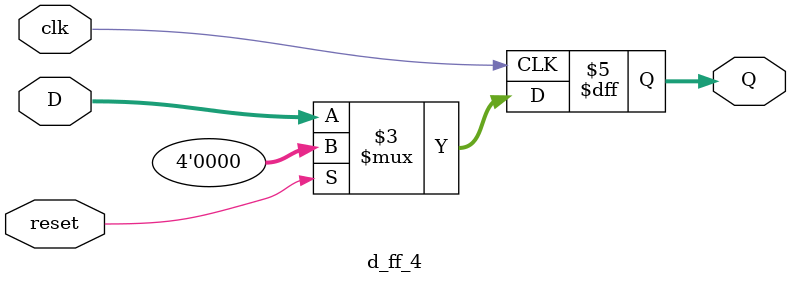
<source format=v>
`timescale 1ns / 1ps

module d_ff_4 (
        input            clk,
        input            reset,
        
        input wire [3:0] D,
        output reg [3:0] Q
    );
    
    always @( posedge clk ) 
      begin
        if ( reset ) 
            Q <= 'b0000;
        else
            Q <= D;
       end
        
endmodule

</source>
